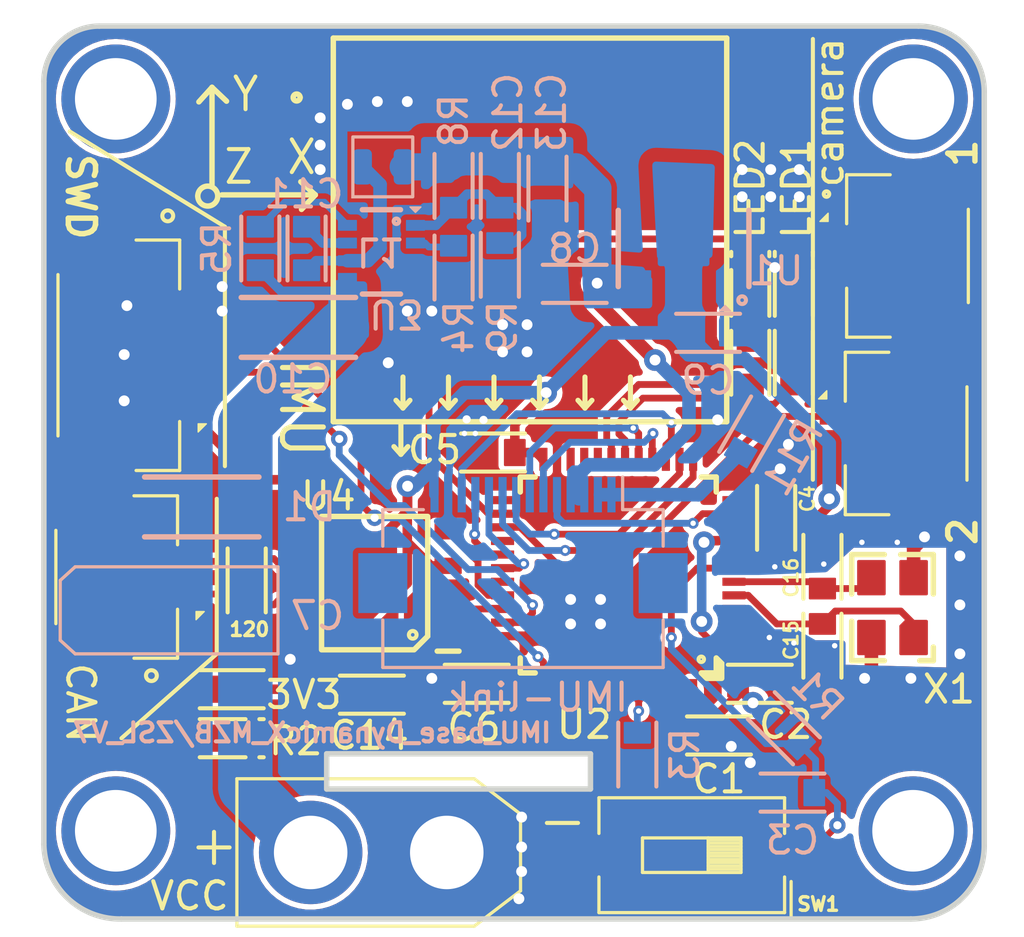
<source format=kicad_pcb>
(kicad_pcb (version 20211014) (generator pcbnew)
  (layers (0 "F.Cu" signal) (31 "B.Cu" signal) (34 "B.Paste" user) (35 "F.Paste" user) (36 "B.SilkS" user "B.Silkscreen") (37 "F.SilkS" user "F.Silkscreen") (38 "B.Mask" user) (39 "F.Mask" user) (44 "Edge.Cuts" user))
  (net 0 "")
  (net 1 "+3V3")
  (net 2 "GND")
  (net 3 "+24V")
  (net 4 "+5V")
  (net 5 "/RESET")
  (net 6 "Net-(C11-Pad1)")
  (net 7 "Net-(C11-Pad2)")
  (net 8 "Net-(C12-Pad1)")
  (net 9 "/XTAL0")
  (net 10 "/XTAL1")
  (net 11 "Net-(D2-Pad2)")
  (net 12 "Net-(D3-Pad2)")
  (net 13 "/SWDIO")
  (net 14 "/SWCLK")
  (net 15 "Net-(J3-Pad1)")
  (net 16 "/BOOT0")
  (net 17 "Net-(D4-Pad2)")
  (net 18 "GNDPWR")
  (net 23 "/TIM10_CH1")
  (net 25 "/INT1_Acce1")
  (net 26 "/INT1_Gyro")
  (net 27 "/SPI1_CLK")
  (net 28 "/SPI1_MISO")
  (net 29 "/SPI1_MOSI")
  (net 30 "Net-(J4-Pad1)")
  (net 35 "Net-(R4-Pad2)")
  (net 37 "/CS1_Acce1")
  (net 38 "/CS1_Gyro")
  (net 40 "/CAN0_RX")
  (net 41 "/CAN0_TX")
  (net 50 "/CAN_H")
  (net 51 "/CAN_L")
  (net 52 "Net-(R5-Pad2)")
  (net 53 "/LED0")
  (net 54 "/LED1")
  (footprint "GENERAL_2-PIN_PLASTIC_SMD:LED0603(1608M)" (layer "F.Cu") (at 201.4 63.8 -90)
    (fp_text reference "LED1")
    (fp_text value "绿灯")
  )
  (footprint "GENERAL_MIDDLE-SEMI_SMD:SOP-3949_8" (layer "F.Cu") (at 186 74.8 180)
    (fp_text reference "U4")
    (fp_text value "VP230")
  )
  (footprint "GENERAL_RCL_SMD:C0603(1608M)" (layer "F.Cu") (at 185.9 78.9)
    (fp_text reference "C14")
    (fp_text value "10nF")
  )
  (footprint "GENERAL_RCL_SMD:C0603(1608M)" (layer "F.Cu") (at 200.75 72.4 90)
    (fp_text reference "C4")
    (fp_text value "104")
  )
  (footprint "GENERAL_RCL_SMD:C0603(1608M)" (layer "F.Cu") (at 200.15 78.5)
    (fp_text reference "C2")
    (fp_text value "104")
  )
  (footprint "CONNECTOR_GH_SMD:GH1.25_V_4" (layer "F.Cu") (at 177.15 66.425 90)
    (fp_text reference "J1" hide)
    (fp_text value "Conn_01x04")
  )
  (footprint "CONNECTOR_GH_SMD:GH1.25_V_2" (layer "F.Cu") (at 176.9 74.575 90)
    (fp_text reference "J6" hide)
    (fp_text value "Conn_01x02")
  )
  (footprint "GENERAL_2-PIN_PLASTIC_SMD:LED0603(1608M)" (layer "F.Cu") (at 199.8 63.8 -90)
    (fp_text reference "LED2")
    (fp_text value "蓝灯")
  )
  (footprint "CONNECTOR_AMASS_THT:AMASS_XT30U-M_1x02_P5.0mm_Vertical" (layer "F.Cu") (at 188.65 84.7 180)
    (fp_text reference "VCC")
    (fp_text value "Conn_01x02")
  )
  (footprint "GENERAL_RCL_SMD:R0603(1608M)" (layer "F.Cu") (at 199.8 66.7 -90)
    (fp_text reference "R7" hide)
    (fp_text value "1K")
  )
  (footprint "GENERAL_RCL_SMD:C0603(1608M)" (layer "F.Cu") (at 190.35 70 180)
    (fp_text reference "C5")
    (fp_text value "104")
  )
  (footprint "GENERAL_RCL_SMD:C0603(1608M)" (layer "F.Cu") (at 189.75 78.5 180)
    (fp_text reference "C6")
    (fp_text value "104")
  )
  (footprint "GENERAL_MIDDLE-SEMI_SMD:QFP-7070_48" (layer "F.Cu") (at 194.95 74.5 180)
    (fp_text reference "U2")
    (fp_text value "STM32F103C8Tx")
  )
  (footprint "GENERAL_XTAL_OSC_SMD:SMD-3225_4" (layer "F.Cu") (at 205.025 75.7 90)
    (fp_text reference "X1")
    (fp_text value "Xtal-4")
  )
  (footprint "Button_Switch_SMD:SW_DIP_SPSTx01_Slide_6.7x4.1mm_W8.61mm_P2.54mm_LowProfile" (layer "F.Cu") (at 197.65 84.8 180)
    (fp_text reference "SW1")
    (fp_text value "SW_DIP_x01")
  )
  (footprint "GENERAL_2-PIN_PLASTIC_SMD:LED0603(1608M)" (layer "F.Cu") (at 180.75 80.5 180)
    (fp_text reference "3V3")
    (fp_text value "红灯")
  )
  (footprint "CONNECTOR_GH_SMD:GH1.25_V_2" (layer "F.Cu") (at 205.2 62.775 -90)
    (fp_text reference "J3" hide)
    (fp_text value "Conn_01x02")
  )
  (footprint "GENERAL_RCL_SMD:R0603(1608M)" (layer "F.Cu") (at 180.75 78.7)
    (fp_text reference "R2")
    (fp_text value "1K")
  )
  (footprint "GENERAL_RCL_SMD:R0603(1608M)" (layer "F.Cu") (at 201.4 66.7 -90)
    (fp_text reference "R6" hide)
    (fp_text value "1K")
  )
  (footprint "GENERAL_RCL_SMD:C0603(1608M)" (layer "F.Cu") (at 198.65 80.4)
    (fp_text reference "C1")
    (fp_text value "104")
  )
  (footprint "GENERAL_RCL_SMD:C0603(1608M)" (layer "F.Cu") (at 202.45 77.1 90)
    (fp_text reference "C15")
    (fp_text value "18pF")
  )
  (footprint "CONNECTOR_GH_SMD:GH1.25_V_2" (layer "F.Cu") (at 205.15 69.3 -90)
    (fp_text reference "J4" hide)
    (fp_text value "Conn_01x02")
  )
  (footprint "GENERAL_RCL_SMD:R0603(1608M)" (layer "F.Cu") (at 181.3 74.7 -90)
    (fp_text reference "120")
    (fp_text value "120R")
  )
  (footprint "GENERAL_RCL_SMD:C0603(1608M)" (layer "F.Cu") (at 202.45 74.2 -90)
    (fp_text reference "C16")
    (fp_text value "18pF")
  )
  (footprint "GENERAL_RCL_SMD:C0603(1608M)" (layer "B.Cu") (at 192.35 60.3 90)
    (fp_text reference "C13")
    (fp_text value "22uF")
  )
  (footprint "GENERAL_RCL_SMD:R0603(1608M)" (layer "B.Cu") (at 199.85 69.30718 -120)
    (fp_text reference "R11")
    (fp_text value "0R")
  )
  (footprint "Connector_FFC-FPC:Hirose_FH12-14S-0.5SH_1x14-1MP_P0.50mm_Horizontal" (layer "B.Cu") (at 191.45 73.4 180)
    (fp_text reference "J5" hide)
    (fp_text value "Conn_01x14")
  )
  (footprint "GENERAL_RCL_SMD:C0603(1608M)" (layer "B.Cu") (at 201.35 82.5 180)
    (fp_text reference "C3")
    (fp_text value "104")
  )
  (footprint "GENERAL_RCL_SMD:C0603(1608M)" (layer "B.Cu") (at 193.35 63.8)
    (fp_text reference "C8")
    (fp_text value "10uF")
  )
  (footprint "GENERAL_RCL_SMD:C1206(3216M)" (layer "B.Cu") (at 179.65 72 180)
    (fp_text reference "C7")
    (fp_text value "22uF/1206/35V")
  )
  (footprint "GENERAL_RCL_SMD:R0603(1608M)" (layer "B.Cu") (at 195.65 81.1 -90)
    (fp_text reference "R3")
    (fp_text value "1K")
  )
  (footprint "GENERAL_RCL_SMD:R0603(1608M)" (layer "B.Cu") (at 181.8 62.5 90)
    (fp_text reference "R5")
    (fp_text value "100k")
  )
  (footprint "GENERAL_RCL_SMD:R0603(1608M)" (layer "B.Cu") (at 201.034315 80.134315 -45)
    (fp_text reference "R1")
    (fp_text value "1K")
  )
  (footprint "Inductor_SMD:L_2x2_H1.2" (layer "B.Cu") (at 186.3 59.5)
    (fp_text reference "L1")
    (fp_text value "22uH")
  )
  (footprint "GENERAL_SMALL-SEMI_SMD:SOT-23-8" (layer "B.Cu") (at 186.25 62.625)
    (fp_text reference "U3")
    (fp_text value "SY8303")
  )
  (footprint "GENERAL_SMALL-SEMI_SMD:SOT-89" (layer "B.Cu") (at 197.35 61.9 180)
    (fp_text reference "U1")
    (fp_text value "AMS1117")
  )
  (footprint "GENERAL_RCL_SMD:R0603(1608M)" (layer "B.Cu") (at 188.9 60.2 -90)
    (fp_text reference "R8")
    (fp_text value "150k")
  )
  (footprint "MY:Suppresses_transient_diodes_IMU" (layer "B.Cu") (at 178.45 75.8 180)
    (fp_text reference "D1")
    (fp_text value "Diode_TVS_Bi")
  )
  (footprint "GENERAL_RCL_SMD:R0603(1608M)" (layer "B.Cu") (at 188.9 63.2 90)
    (fp_text reference "R4")
    (fp_text value "100k")
  )
  (footprint "GENERAL_RCL_SMD:C0603(1608M)" (layer "B.Cu") (at 183.5 62.5 -90)
    (fp_text reference "C11")
    (fp_text value "10nF")
  )
  (footprint "GENERAL_RCL_SMD:C1206(3216M)" (layer "B.Cu") (at 183.2 65.4)
    (fp_text reference "C10")
    (fp_text value "4.7uF/1206/35V")
  )
  (footprint "GENERAL_RCL_SMD:C0603(1608M)" (layer "B.Cu") (at 190.6 60.2 90)
    (fp_text reference "C12")
    (fp_text value "10nF")
  )
  (footprint "GENERAL_RCL_SMD:R0603(1608M)" (layer "B.Cu") (at 190.6 63.1 90)
    (fp_text reference "R9")
    (fp_text value "20.5k")
  )
  (footprint "GENERAL_RCL_SMD:C0603(1608M)" (layer "B.Cu") (at 198.25 65.6 180)
    (fp_text reference "C9")
    (fp_text value "10uF")
  )
  (gr_circle (center 186.8 61.5) (end 186.8 61.4) (layer "B.SilkS") (width 0.15) (fill none))
  (gr_circle (center 199.5 64.4) (end 199.6 64.3) (layer "B.SilkS") (width 0.15) (fill none))
  (gr_arc (start 180.236447 60.574321) (mid 179.870123 60.940645) (end 179.503799 60.574321) (layer "F.SilkS") (width 0.2))
  (gr_line (start 180.026198 60.163597) (end 180.026198 56.57824) (layer "F.SilkS") (width 0.2))
  (gr_arc (start 179.503799 60.574321) (mid 179.870123 60.207997) (end 180.236447 60.574321) (layer "F.SilkS") (width 0.2))
  (gr_line (start 174.8 58.2) (end 180.5 61.7) (layer "F.SilkS") (width 0.15))
  (gr_line (start 202.1 71) (end 202.1 62.625) (layer "F.SilkS") (width 0.15))
  (gr_line (start 180.5 61.7) (end 180.5 70.5) (layer "F.SilkS") (width 0.15))
  (gr_arc (start 183.2626 56.950594) (mid 183.1356 57.077594) (end 183.0086 56.950594) (layer "F.SilkS") (width 0.2))
  (gr_line (start 183.313522 61.063319) (end 183.821522 60.529921) (layer "F.SilkS") (width 0.2))
  (gr_line (start 202.1 62.625) (end 202.1 54.8) (layer "F.SilkS") (width 0.15))
  (gr_circle (center 198 77.6) (end 198.1 77.6) (layer "F.SilkS") (width 0.15) (fill none))
  (gr_circle (center 178.4 61.3) (end 178.4 61.5) (layer "F.SilkS") (width 0.15) (fill none))
  (gr_line (start 179.543598 57.11164) (end 180.026198 56.57824) (layer "F.SilkS") (width 0.2))
  (gr_circle (center 187.4 76.7) (end 187.5 76.6) (layer "F.SilkS") (width 0.15) (fill none))
  (gr_circle (center 177.8 78.2) (end 177.8 78.4) (layer "F.SilkS") (width 0.15) (fill none))
  (gr_line (start 184.4818 54.766197) (end 198.9344 54.766197) (layer "F.SilkS") (width 0.2))
  (gr_line (start 198.9344 68.867733) (end 198.9344 54.766197) (layer "F.SilkS") (width 0.2))
  (gr_line (start 180.2 77.4) (end 176.7 80.5) (layer "F.SilkS") (width 0.15))
  (gr_circle (center 202.6 60.5) (end 202.7 60.5) (layer "F.SilkS") (width 0.15) (fill none))
  (gr_line (start 180.026198 56.57824) (end 180.559596 57.08624) (layer "F.SilkS") (width 0.2))
  (gr_line (start 180.2 71.7) (end 180.2 77.4) (layer "F.SilkS") (width 0.15))
  (gr_line (start 184.4818 68.867733) (end 198.9344 68.867733) (layer "F.SilkS") (width 0.2))
  (gr_line (start 183.288122 60.047321) (end 183.821522 60.529921) (layer "F.SilkS") (width 0.2))
  (gr_line (start 184.4818 68.867733) (end 184.4818 54.766197) (layer "F.SilkS") (width 0.2))
  (gr_line (start 180.392522 60.529921) (end 183.821522 60.529921) (layer "F.SilkS") (width 0.2))
  (gr_arc (start 183.0086 56.950594) (mid 183.1356 56.823594) (end 183.2626 56.950594) (layer "F.SilkS") (width 0.2))
  (gr_arc (start 173.85 56.3584) (mid 174.445158 54.921557) (end 175.882 54.326397) (layer "Edge.Cuts") (width 0.2))
  (gr_line (start 208.394 84.4508) (end 208.394 56.739397) (layer "Edge.Cuts") (width 0.2))
  (gr_arc (start 176.6948 87.143194) (mid 174.704266 86.360774) (end 173.85 84.4) (layer "Edge.Cuts") (width 0.2))
  (gr_line (start 184.2386 82.368) (end 193.9287 82.368) (layer "Edge.Cuts") (width 0.2))
  (gr_line (start 176.6948 87.143197) (end 205.7016 87.1432) (layer "Edge.Cuts") (width 0.2))
  (gr_line (start 173.85 84.4) (end 173.85 56.3584) (layer "Edge.Cuts") (width 0.2))
  (gr_line (start 193.9287 82.368) (end 193.9287 81.0726) (layer "Edge.Cuts") (width 0.2))
  (gr_arc (start 208.394 84.4508) (mid 207.605414 86.354614) (end 205.7016 87.1432) (layer "Edge.Cuts") (width 0.2))
  (gr_line (start 184.2386 81.0726) (end 184.2386 82.368) (layer "Edge.Cuts") (width 0.2))
  (gr_line (start 193.9287 81.0726) (end 184.2386 81.0726) (layer "Edge.Cuts") (width 0.2))
  (gr_arc (start 205.981 54.326397) (mid 207.687249 55.033148) (end 208.394 56.739397) (layer "Edge.Cuts") (width 0.2))
  (gr_line (start 175.882 54.3264) (end 205.981 54.3264) (layer "Edge.Cuts") (width 0.2))
  (gr_text "IMU-link" (at 192 79) (layer "B.SilkS") (effects (font (size 1 1)) (justify mirror)))
  (gr_text "IMU_base_DynamicX_MZB/ZSL_V7" (at 183.7 80.3) (layer "B.SilkS") (effects (font (size 0.7 0.7)) (justify mirror)))
  (gr_text "SWD" (at 175.2 60.6 270) (layer "F.SilkS") (effects (font (size 1 1) (thickness 0.2))))
  (gr_text "↓" (at 186.0058 70.260197) (layer "F.SilkS") (effects (font (size 1.499999 1.349999) (thickness 0.187499)) (justify left bottom)))
  (gr_text "↓↓↓↓↓↓" (at 186.082 68.558397) (layer "F.SilkS") (effects (font (size 1.499999 1.349999) (thickness 0.187499)) (justify left bottom)))
  (gr_text "IMU" (at 182.421522 66.429921 270) (layer "F.SilkS") (effects (font (size 1.499999 1.349999) (thickness 0.187499)) (justify left bottom)))
  (gr_text "1" (at 207.6 59 90) (layer "F.SilkS") (effects (font (size 1 1) (thickness 0.2))))
  (gr_text "Z" (at 180.3924 60.201797) (layer "F.SilkS") (effects (font (size 1.2 1.08)) (justify left bottom)))
  (gr_text "camera" (at 202.7 57.5 90) (layer "F.SilkS") (effects (font (size 1 1))))
  (gr_text "CAN" (at 175.2 79.2 270) (layer "F.SilkS") (effects (font (size 1 1))))
  (gr_text "X" (at 182.7038 59.846197) (layer "F.SilkS") (effects (font (size 1.2 1.08)) (justify left bottom)))
  (gr_text "Y" (at 180.69609 57.534797) (layer "F.SilkS") (effects (font (size 1.2 1.08)) (justify left bottom)))
  (gr_text "2" (at 207.6 72.9 90) (layer "F.SilkS") (effects (font (size 1 1) (thickness 0.2))))
  (via (at 176.4916 83.902603) (size 4) (drill 3) (layers "F.Cu" "B.Cu") (net 0))
  (via (at 205.7916 57.002603) (size 4) (drill 3) (layers "F.Cu" "B.Cu") (net 0))
  (via (at 205.7816 83.902603) (size 4) (drill 3) (layers "F.Cu" "B.Cu") (net 0))
  (via (at 176.4916 57.002603) (size 4) (drill 3) (layers "F.Cu" "B.Cu") (net 0))
  (segment (start 187.2 74.8) (end 186.7 75.3) (width 0.35) (layer "F.Cu") (net 1))
  (segment (start 198.014068 76.589221) (end 198.674847 77.25) (width 0.25) (layer "F.Cu") (net 1))
  (segment (start 191.15 68.95) (end 192.3 67.8) (width 0.35) (layer "F.Cu") (net 1))
  (segment (start 199.5 78.5) (end 200 78) (width 0.35) (layer "F.Cu") (net 1))
  (segment (start 186.279393 73.074511) (end 187.211054 72.14285) (width 0.35) (layer "F.Cu") (net 1))
  (segment (start 200 78) (end 200 77.7) (width 0.35) (layer "F.Cu") (net 1))
  (segment (start 200 73.4) (end 200.55 73.4) (width 0.25) (layer "F.Cu") (net 1))
  (segment (start 190.72452 77.27452) (end 190.7 77.27452) (width 0.35) (layer "F.Cu") (net 1))
  (segment (start 188.7 74.165) (end 188.065 74.165) (width 0.35) (layer "F.Cu") (net 1))
  (segment (start 198.674847 77.25) (end 199.2 77.25) (width 0.25) (layer "F.Cu") (net 1))
  (segment (start 192.17548 70.22548) (end 192.17548 70.25) (width 0.35) (layer "F.Cu") (net 1))
  (segment (start 187.211054 71.236819) (end 187.2 71.247873) (width 0.35) (layer "F.Cu") (net 1))
  (segment (start 183.893781 78.7) (end 186.7 75.893781) (width 0.35) (layer "F.Cu") (net 1))
  (segment (start 198.159511 73.240489) (end 198.613647 73.240489) (width 0.35) (layer "F.Cu") (net 1))
  (segment (start 202.7 71.7) (end 202.7 71.95) (width 0.35) (layer "F.Cu") (net 1))
  (segment (start 186.7 75.3) (end 186.7 75.8) (width 0.35) (layer "F.Cu") (net 1))
  (segment (start 199.35 78.9) (end 197.85 80.4) (width 0.35) (layer "F.Cu") (net 1))
  (segment (start 187.211054 72.14285) (end 187.211054 71.236819) (width 0.35) (layer "F.Cu") (net 1))
  (segment (start 199.2 73.25) (end 198.623158 73.25) (width 0.25) (layer "F.Cu") (net 1))
  (segment (start 191.15 70) (end 191.95 70) (width 0.35) (layer "F.Cu") (net 1))
  (segment (start 181.628 71) (end 183.6 71) (width 0.35) (layer "F.Cu") (net 1))
  (segment (start 199.2 73.25) (end 199.85 73.25) (width 0.25) (layer "F.Cu") (net 1))
  (segment (start 191.1 78.5) (end 191.3 78.3) (width 0.35) (layer "F.Cu") (net 1))
  (segment (start 199.85 73.25) (end 200 73.4) (width 0.25) (layer "F.Cu") (net 1))
  (segment (start 197.72452 78.72548) (end 197.72452 80.27452) (width 0.35) (layer "F.Cu") (net 1))
  (segment (start 178.928 68.3) (end 181.628 71) (width 0.35) (layer "F.Cu") (net 1))
  (segment (start 202.7 71.95) (end 202.15 72.5) (width 0.35) (layer "F.Cu") (net 1))
  (segment (start 198.623158 73.25) (end 198.613647 73.240489) (width 0.25) (layer "F.Cu") (net 1))
  (segment (start 191.15 70) (end 191.15 68.95) (width 0.35) (layer "F.Cu") (net 1))
  (segment (start 185.674511 73.074511) (end 186.279393 73.074511) (width 0.35) (layer "F.Cu") (net 1))
  (segment (start 199.9 79.2) (end 199.35 78.65) (width 0.35) (layer "F.Cu") (net 1))
  (segment (start 199.35 78.5) (end 199.35 78.9) (width 0.35) (layer "F.Cu") (net 1))
  (segment (start 186.7 75.8) (end 186.7 78.9) (width 0.35) (layer "F.Cu") (net 1))
  (segment (start 198.1 73.3) (end 198.159511 73.240489) (width 0.35) (layer "F.Cu") (net 1))
  (segment (start 200.55 73.4) (end 200.75 73.2) (width 0.25) (layer "F.Cu") (net 1))
  (segment (start 188.065 74.165) (end 187.2 73.3) (width 0.35) (layer "F.Cu") (net 1))
  (segment (start 187.2 71.247873) (end 187.2 74.8) (width 0.35) (layer "F.Cu") (net 1))
  (segment (start 189.72548 79.32452) (end 190.55 78.5) (width 0.25) (layer "F.Cu") (net 1))
  (segment (start 197.72452 80.27452) (end 197.85 80.4) (width 0.35) (layer "F.Cu") (net 1))
  (segment (start 199.35 78.65) (end 199.35 78.5) (width 0.35) (layer "F.Cu") (net 1))
  (segment (start 191.95 70) (end 192.17548 70.22548) (width 0.35) (layer "F.Cu") (net 1))
  (segment (start 198.014068 76.208441) (end 198.014068 76.589221) (width 0.25) (layer "F.Cu") (net 1))
  (segment (start 202.15 72.5) (end 201.45 72.5) (width 0.35) (layer "F.Cu") (net 1))
  (segment (start 200 77.7) (end 199.57452 77.27452) (width 0.35) (layer "F.Cu") (net 1))
  (segment (start 183.6 71) (end 185.674511 73.074511) (width 0.35) (layer "F.Cu") (net 1))
  (segment (start 190.55 78.5) (end 191.1 78.5) (width 0.35) (layer "F.Cu") (net 1))
  (segment (start 187.12452 79.32452) (end 189.72548 79.32452) (width 0.25) (layer "F.Cu") (net 1))
  (segment (start 186.7 75.893781) (end 186.7 75.8) (width 0.35) (layer "F.Cu") (net 1))
  (segment (start 191.3 78.3) (end 191.3 77.85) (width 0.35) (layer "F.Cu") (net 1))
  (segment (start 201.45 72.5) (end 200.75 73.2) (width 0.35) (layer "F.Cu") (net 1))
  (segment (start 186.7 78.9) (end 187.12452 79.32452) (width 0.25) (layer "F.Cu") (net 1))
  (segment (start 191.3 77.85) (end 190.72452 77.27452) (width 0.35) (layer "F.Cu") (net 1))
  (segment (start 181.55 78.7) (end 183.893781 78.7) (width 0.35) (layer "F.Cu") (net 1))
  (segment (start 199.35 78.5) (end 199.5 78.5) (width 0.35) (layer "F.Cu") (net 1))
  (segment (start 199.57452 77.27452) (end 199.2 77.27452) (width 0.35) (layer "F.Cu") (net 1))
  (via (at 187.211054 71.236819) (size 0.8) (drill 0.4) (layers "F.Cu" "B.Cu") (net 1))
  (via (at 202.7 71.7) (size 0.8) (drill 0.4) (layers "F.Cu" "B.Cu") (net 1))
  (via (at 192.3 67.8) (size 0.8) (drill 0.4) (layers "F.Cu" "B.Cu") (net 1))
  (via (at 198.014068 76.208441) (size 0.8) (drill 0.4) (layers "F.Cu" "B.Cu") (net 1))
  (via (at 199.9 79.2) (size 0.8) (drill 0.4) (layers "F.Cu" "B.Cu") (net 1))
  (via (at 198.1 73.3) (size 0.8) (drill 0.4) (layers "F.Cu" "B.Cu") (net 1))
  (segment (start 199.9 79.2) (end 200.26863 79.56863) (width 0.35) (layer "B.Cu") (net 1))
  (segment (start 197.45 65.6) (end 194.5 65.6) (width 0.5) (layer "B.Cu") (net 1))
  (segment (start 188.175489 68.924511) (end 189.3 67.8) (width 0.5) (layer "B.Cu") (net 1))
  (segment (start 189.3 67.8) (end 192.3 67.8) (width 0.5) (layer "B.Cu") (net 1))
  (segment (start 188.175489 70.525489) (end 188.175489 68.924511) (width 0.5) (layer "B.Cu") (net 1))
  (segment (start 197.45 65.6) (end 198.39952 66.54952) (width 0.5) (layer "B.Cu") (net 1))
  (segment (start 188.175489 70.525489) (end 188.174511 70.525489) (width 0.35) (layer "B.Cu") (net 1))
  (segment (start 187.463181 71.236819) (end 187.211054 71.236819) (width 0.35) (layer "B.Cu") (net 1))
  (segment (start 202.7 69.661305) (end 202.7 71.7) (width 0.5) (layer "B.Cu") (net 1))
  (segment (start 199.588215 66.54952) (end 202.7 69.661305) (width 0.5) (layer "B.Cu") (net 1))
  (segment (start 188.175489 71.55) (end 188.175489 70.525489) (width 0.35) (layer "B.Cu") (net 1))
  (segment (start 198.1 73.3) (end 198.014068 73.385932) (width 0.35) (layer "B.Cu") (net 1))
  (segment (start 198.39952 66.54952) (end 199.588215 66.54952) (width 0.5) (layer "B.Cu") (net 1))
  (segment (start 200.26863 79.56863) (end 200.46863 79.56863) (width 0.35) (layer "B.Cu") (net 1))
  (segment (start 198.014068 73.385932) (end 198.014068 76.208441) (width 0.35) (layer "B.Cu") (net 1))
  (segment (start 194.5 65.6) (end 192.3 67.8) (width 0.5) (layer "B.Cu") (net 1))
  (segment (start 188.174511 70.525489) (end 187.463181 71.236819) (width 0.5) (layer "B.Cu") (net 1))
  (segment (start 204.25 76.8) (end 204.25 78.05) (width 0.5) (layer "F.Cu") (net 2))
  (segment (start 205.8 74.6) (end 205.8 73.5) (width 0.5) (layer "F.Cu") (net 2))
  (segment (start 205.8 73.5) (end 206.2 73.1) (width 0.5) (layer "F.Cu") (net 2))
  (segment (start 204.25 78.05) (end 204 78.3) (width 0.5) (layer "F.Cu") (net 2))
  (via (at 191.6 65.3) (size 0.8) (drill 0.4) (layers "F.Cu" "B.Cu") (net 2))
  (via (at 200.55 60.6) (size 0.8) (drill 0.4) (layers "F.Cu" "B.Cu") (net 2))
  (via (at 201.6 59.6) (size 0.8) (drill 0.4) (layers "F.Cu" "B.Cu") (net 2))
  (via (at 188.1 78.3) (size 0.8) (drill 0.4) (layers "F.Cu" "B.Cu") (net 2))
  (via (at 199.8 81.4) (size 0.8) (drill 0.4) (layers "F.Cu" "B.Cu") (net 2))
  (via (at 190.7 65.3) (size 0.8) (drill 0.4) (layers "F.Cu" "B.Cu") (net 2))
  (via (at 205.2 73.3) (size 0.4) (drill 0.2) (layers "F.Cu" "B.Cu") (net 2))
  (via (at 194.3 75.4) (size 0.8) (drill 0.4) (layers "F.Cu" "B.Cu") (net 2))
  (via (at 180.4 63.9) (size 0.8) (drill 0.4) (layers "F.Cu" "B.Cu") (net 2))
  (via (at 202.9 77.1) (size 0.4) (drill 0.2) (layers "F.Cu" "B.Cu") (net 2))
  (via (at 193.2 75.4) (size 0.8) (drill 0.4) (layers "F.Cu" "B.Cu") (net 2))
  (via (at 200.7 63.2) (size 0.8) (drill 0.4) (layers "F.Cu" "B.Cu") (net 2))
  (via (at 205.7 78.3) (size 0.8) (drill 0.4) (layers "F.Cu" "B.Cu") (net 2))
  (via (at 207.5 77.4) (size 0.8) (drill 0.4) (layers "F.Cu" "B.Cu") (net 2))
  (via (at 186.1 57.1) (size 0.8) (drill 0.4) (layers "F.Cu" "B.Cu") (net 2))
  (via (at 188.1 64.8) (size 0.8) (drill 0.4) (layers "F.Cu" "B.Cu") (net 2))
  (via (at 184 58.7) (size 0.8) (drill 0.4) (layers "F.Cu" "B.Cu") (net 2))
  (via (at 176.8 66.4) (size 0.8) (drill 0.4) (layers "F.Cu" "B.Cu") (net 2))
  (via (at 191.4 85.4) (size 0.8) (drill 0.4) (layers "F.Cu" "B.Cu") (net 2))
  (via (at 186.5 66.7) (size 0.8) (drill 0.4) (layers "F.Cu" "B.Cu") (net 2))
  (via (at 187.2 64.8) (size 0.8) (drill 0.4) (layers "F.Cu" "B.Cu") (net 2))
  (via (at 191.6 66.3) (size 0.8) (drill 0.4) (layers "F.Cu" "B.Cu") (net 2))
  (via (at 176.9 64.6) (size 0.8) (drill 0.4) (layers "F.Cu" "B.Cu") (net 2))
  (via (at 198.6 68.8) (size 0.8) (drill 0.4) (layers "F.Cu" "B.Cu") (net 2))
  (via (at 207.5 73.8) (size 0.8) (drill 0.4) (layers "F.Cu" "B.Cu") (net 2))
  (via (at 187.2 57.1) (size 0.8) (drill 0.4) (layers "F.Cu" "B.Cu") (net 2))
  (via (at 200.9 70.6) (size 0.8) (drill 0.4) (layers "F.Cu" "B.Cu") (net 2))
  (via (at 202.5 74.1) (size 0.4) (drill 0.2) (layers "F.Cu" "B.Cu") (net 2))
  (via (at 207.5 75.6) (size 0.8) (drill 0.4) (layers "F.Cu" "B.Cu") (net 2))
  (via (at 200.7 74.2) (size 0.4) (drill 0.2) (layers "F.Cu" "B.Cu") (net 2))
  (via (at 184 59.6) (size 0.8) (drill 0.4) (layers "F.Cu" "B.Cu") (net 2))
  (via (at 190.7 66.3) (size 0.8) (drill 0.4) (layers "F.Cu" "B.Cu") (net 2))
  (via (at 199.1 80.8) (size 0.8) (drill 0.4) (layers "F.Cu" "B.Cu") (net 2))
  (via (at 184 57.7) (size 0.8) (drill 0.4) (layers "F.Cu" "B.Cu") (net 2))
  (via (at 204 78.3) (size 0.8) (drill 0.4) (layers "F.Cu" "B.Cu") (net 2))
  (via (at 193.2 76.3) (size 0.8) (drill 0.4) (layers "F.Cu" "B.Cu") (net 2))
  (via (at 199.5 60.6) (size 0.8) (drill 0.4) (layers "F.Cu" "B.Cu") (net 2))
  (via (at 201.6 60.6) (size 0.8) (drill 0.4) (layers "F.Cu" "B.Cu") (net 2))
  (via (at 191.4 83.4) (size 0.8) (drill 0.4) (layers "F.Cu" "B.Cu") (net 2))
  (via (at 200.55 59.6) (size 0.8) (drill 0.4) (layers "F.Cu" "B.Cu") (net 2))
  (via (at 189.379977 68.779977) (size 0.6) (drill 0.3) (layers "F.Cu" "B.Cu") (net 2))
  (via (at 182.9 77.6) (size 0.8) (drill 0.4) (layers "F.Cu" "B.Cu") (net 2))
  (via (at 189.7 69.3) (size 0.4) (drill 0.2) (layers "F.Cu" "B.Cu") (net 2))
  (via (at 201.4 77) (size 0.4) (drill 0.2) (layers "F.Cu" "B.Cu") (net 2))
  (via (at 176.8 68.1) (size 0.8) (drill 0.4) (layers "F.Cu" "B.Cu") (net 2))
  (via (at 194.3 76.3) (size 0.8) (drill 0.4) (layers "F.Cu" "B.Cu") (net 2))
  (via (at 206.2 73.1) (size 0.8) (drill 0.4) (layers "F.Cu" "B.Cu") (net 2))
  (via (at 180.4 64.8) (size 0.8) (drill 0.4) (layers "F.Cu" "B.Cu") (net 2))
  (via (at 191.3 86.4) (size 0.8) (drill 0.4) (layers "F.Cu" "B.Cu") (net 2))
  (via (at 191.4 84.5) (size 0.8) (drill 0.4) (layers "F.Cu" "B.Cu") (net 2))
  (via (at 199.5 59.6) (size 0.8) (drill 0.4) (layers "F.Cu" "B.Cu") (net 2))
  (via (at 190 68.8) (size 0.6) (drill 0.3) (layers "F.Cu" "B.Cu") (net 2))
  (via (at 201.2 69.7) (size 0.8) (drill 0.4) (layers "F.Cu" "B.Cu") (net 2))
  (via (at 200.5 76.8) (size 0.4) (drill 0.2) (layers "F.Cu" "B.Cu") (net 2))
  (via (at 203.9 73.3) (size 0.4) (drill 0.2) (layers "F.Cu" "B.Cu") (net 2))
  (via (at 185 57.2) (size 0.8) (drill 0.4) (layers "F.Cu" "B.Cu") (net 2))
  (via (at 189.3 69.3) (size 0.4) (drill 0.2) (layers "F.Cu" "B.Cu") (net 2))
  (segment (start 183.65 84.7) (end 181.25 82.3) (width 2) (layer "B.Cu") (net 3))
  (segment (start 181.25 75.8) (end 181.25 72) (width 2) (layer "B.Cu") (net 3))
  (segment (start 181.25 82.3) (end 181.25 75.8) (width 2) (layer "B.Cu") (net 3))
  (segment (start 181.25 72) (end 181.25 68.95) (width 2) (layer "B.Cu") (net 3))
  (segment (start 181.25 68.95) (end 184.8 65.4) (width 2) (layer "B.Cu") (net 3))
  (segment (start 184.52548 64.07452) (end 182.57452 64.07452) (width 0.35) (layer "B.Cu") (net 3))
  (segment (start 185 63.6) (end 184.52548 64.07452) (width 0.35) (layer "B.Cu") (net 3))
  (segment (start 182.57452 64.07452) (end 181.8 63.3) (width 0.35) (layer "B.Cu") (net 3))
  (segment (start 194.175 64.475) (end 196.3 66.6) (width 0.5) (layer "F.Cu") (net 4))
  (segment (start 194.175 63.775) (end 194.175 64.475) (width 0.5) (layer "F.Cu") (net 4))
  (via (at 196.3 66.6) (size 0.8) (drill 0.4) (layers "F.Cu" "B.Cu") (net 4))
  (via (at 194.175 63.775) (size 0.8) (drill 0.4) (layers "F.Cu" "B.Cu") (net 4))
  (segment (start 193.2 70.7) (end 193.3 70.6) (width 0.25) (layer "B.Cu") (net 4))
  (segment (start 193.4 59.5) (end 194.2 60.3) (width 1) (layer "B.Cu") (net 4))
  (segment (start 194.2 60.3) (end 194.2 63.75) (width 1) (layer "B.Cu") (net 4))
  (segment (start 193.6 70.6) (end 193.7 70.7) (width 0.25) (layer "B.Cu") (net 4))
  (segment (start 193.85 70.450489) (end 193.5 70.800489) (width 0.5) (layer "B.Cu") (net 4))
  (segment (start 193.3 70.6) (end 193.6 70.6) (width 0.25) (layer "B.Cu") (net 4))
  (segment (start 192.35 59.5) (end 193.4 59.5) (width 1) (layer "B.Cu") (net 4))
  (segment (start 197.549511 67.849511) (end 197.549511 69.169037) (width 0.5) (layer "B.Cu") (net 4))
  (segment (start 194.175 63.775) (end 194.15 63.8) (width 1) (layer "B.Cu") (net 4))
  (segment (start 194.2 63.75) (end 194.175 63.775) (width 1) (layer "B.Cu") (net 4))
  (segment (start 193.2 71.55) (end 193.2 70.7) (width 0.25) (layer "B.Cu") (net 4))
  (segment (start 193.7 70.7) (end 193.7 71.55) (width 0.25) (layer "B.Cu") (net 4))
  (segment (start 187.05 59.5) (end 188.8 59.5) (width 1) (layer "B.Cu") (net 4))
  (segment (start 193.5 70.800489) (end 193.5 71.7) (width 0.5) (layer "B.Cu") (net 4))
  (segment (start 197.549511 69.169037) (end 196.268059 70.450489) (width 0.5) (layer "B.Cu") (net 4))
  (segment (start 196.268059 70.450489) (end 193.85 70.450489) (width 0.5) (layer "B.Cu") (net 4))
  (segment (start 196.3 66.6) (end 197.549511 67.849511) (width 0.5) (layer "B.Cu") (net 4))
  (segment (start 188.8 59.5) (end 188.9 59.4) (width 1) (layer "B.Cu") (net 4))
  (segment (start 197.85 74.25) (end 199.2 74.25) (width 0.25) (layer "F.Cu") (net 5))
  (segment (start 201.955 84.8) (end 201.955 84.745) (width 0.25) (layer "F.Cu") (net 5))
  (segment (start 196.9 76.8) (end 196.9 75.2) (width 0.25) (layer "F.Cu") (net 5))
  (segment (start 201.955 84.745) (end 203 83.7) (width 0.25) (layer "F.Cu") (net 5))
  (segment (start 196.9 75.2) (end 197.85 74.25) (width 0.25) (layer "F.Cu") (net 5))
  (via (at 203 83.7) (size 0.6) (drill 0.3) (layers "F.Cu" "B.Cu") (net 5))
  (via (at 196.9 76.8) (size 0.4) (drill 0.2) (layers "F.Cu" "B.Cu") (net 5))
  (segment (start 196.9 77.224614) (end 200.375386 80.7) (width 0.25) (layer "B.Cu") (net 5))
  (segment (start 202.2 82.45) (end 202.15 82.5) (width 0.25) (layer "B.Cu") (net 5))
  (segment (start 200.375386 80.7) (end 201.6 80.7) (width 0.25) (layer "B.Cu") (net 5))
  (segment (start 203 82.9) (end 203 83.7) (width 0.25) (layer "B.Cu") (net 5))
  (segment (start 196.9 76.8) (end 196.9 77.224614) (width 0.25) (layer "B.Cu") (net 5))
  (segment (start 201.6 80.7) (end 202.2 81.3) (width 0.25) (layer "B.Cu") (net 5))
  (segment (start 202.2 81.3) (end 202.2 82.45) (width 0.25) (layer "B.Cu") (net 5))
  (segment (start 202.6 82.5) (end 203 82.9) (width 0.25) (layer "B.Cu") (net 5))
  (segment (start 202.15 82.5) (end 202.6 82.5) (width 0.25) (layer "B.Cu") (net 5))
  (segment (start 185 62.3) (end 184.1 62.3) (width 0.35) (layer "B.Cu") (net 6))
  (segment (start 184.1 62.3) (end 183.5 61.7) (width 0.35) (layer "B.Cu") (net 6))
  (segment (start 186.2 62.5) (end 185.75 62.95) (width 0.5) (layer "B.Cu") (net 7))
  (segment (start 186.2 60.15) (end 186.2 62.5) (width 0.5) (layer "B.Cu") (net 7))
  (segment (start 185.75 62.95) (end 185 62.95) (width 0.5) (layer "B.Cu") (net 7))
  (segment (start 183.85 62.95) (end 185 62.95) (width 0.35) (layer "B.Cu") (net 7))
  (segment (start 183.5 63.3) (end 183.85 62.95) (width 0.35) (layer "B.Cu") (net 7))
  (segment (start 185.55 59.5) (end 186.2 60.15) (width 0.5) (layer "B.Cu") (net 7))
  (segment (start 191.4 61.2) (end 191.4 62) (width 0.35) (layer "B.Cu") (net 8))
  (segment (start 190.1 60.5) (end 190.6 61) (width 0.35) (layer "B.Cu") (net 8))
  (segment (start 189.4 60.5) (end 190.1 60.5) (width 0.35) (layer "B.Cu") (net 8))
  (segment (start 191.1 62.3) (end 190.6 62.3) (width 0.35) (layer "B.Cu") (net 8))
  (segment (start 188.25 61.65) (end 188.9 61) (width 0.35) (layer "B.Cu") (net 8))
  (segment (start 191.2 61) (end 191.4 61.2) (width 0.35) (layer "B.Cu") (net 8))
  (segment (start 190.6 61) (end 191.2 61) (width 0.35) (layer "B.Cu") (net 8))
  (segment (start 191.4 62) (end 191.1 62.3) (width 0.35) (layer "B.Cu") (net 8))
  (segment (start 187.5 61.65) (end 188.25 61.65) (width 0.35) (layer "B.Cu") (net 8))
  (segment (start 188.9 61) (end 189.4 60.5) (width 0.35) (layer "B.Cu") (net 8))
  (segment (start 202.45 76.3) (end 202.92452 75.82548) (width 0.25) (layer "F.Cu") (net 9))
  (segment (start 200.775153 76.3) (end 202.45 76.3) (width 0.25) (layer "F.Cu") (net 9))
  (segment (start 205.32548 75.82548) (end 205.8 76.3) (width 0.25) (layer "F.Cu") (net 9))
  (segment (start 205.8 76.3) (end 205.8 76.8) (width 0.25) (layer "F.Cu") (net 9))
  (segment (start 199.2 75.25) (end 199.725153 75.25) (width 0.25) (layer "F.Cu") (net 9))
  (segment (start 202.92452 75.82548) (end 205.32548 75.82548) (width 0.25) (layer "F.Cu") (net 9))
  (segment (start 199.725153 75.25) (end 200.775153 76.3) (width 0.25) (layer "F.Cu") (net 9))
  (segment (start 202.45 75) (end 203.85 75) (width 0.25) (layer "F.Cu") (net 10))
  (segment (start 199.2 74.75) (end 202.2 74.75) (width 0.25) (layer "F.Cu") (net 10))
  (segment (start 203.85 75) (end 204.25 74.6) (width 0.25) (layer "F.Cu") (net 10))
  (segment (start 202.2 74.75) (end 202.45 75) (width 0.25) (layer "F.Cu") (net 10))
  (segment (start 179 79.2) (end 179 79.8) (width 0.25) (layer "F.Cu") (net 11))
  (segment (start 179 79.8) (end 179.7 80.5) (width 0.25) (layer "F.Cu") (net 11))
  (segment (start 179.7 80.5) (end 179.95 80.5) (width 0.25) (layer "F.Cu") (net 11))
  (segment (start 179.5 78.7) (end 179 79.2) (width 0.25) (layer "F.Cu") (net 11))
  (segment (start 179.95 78.7) (end 179.5 78.7) (width 0.25) (layer "F.Cu") (net 11))
  (segment (start 202.4 64.9) (end 202.4 65.6) (width 0.25) (layer "F.Cu") (net 12))
  (segment (start 202.4 65.6) (end 202.1 65.9) (width 0.25) (layer "F.Cu") (net 12))
  (segment (start 202.1 64.6) (end 202.4 64.9) (width 0.25) (layer "F.Cu") (net 12))
  (segment (start 201.4 64.6) (end 202.1 64.6) (width 0.25) (layer "F.Cu") (net 12))
  (segment (start 202.1 65.9) (end 201.4 65.9) (width 0.25) (layer "F.Cu") (net 12))
  (segment (start 182.25 67.05) (end 178.928 67.05) (width 0.25) (layer "F.Cu") (net 13))
  (segment (start 184.7 69.5) (end 182.25 67.05) (width 0.25) (layer "F.Cu") (net 13))
  (segment (start 191.45 76.25) (end 191.8 75.9) (width 0.25) (layer "F.Cu") (net 13))
  (segment (start 191.8 75.9) (end 191.8 75.6) (width 0.25) (layer "F.Cu") (net 13))
  (segment (start 190.7 76.25) (end 191.45 76.25) (width 0.25) (layer "F.Cu") (net 13))
  (via (at 184.7 69.5) (size 0.6) (drill 0.3) (layers "F.Cu" "B.Cu") (net 13))
  (via (at 191.8 75.6) (size 0.4) (drill 0.2) (layers "F.Cu" "B.Cu") (net 13))
  (segment (start 189.435718 74.3) (end 190.5 74.3) (width 0.25) (layer "B.Cu") (net 13))
  (segment (start 187.086198 71.95048) (end 189.435718 74.3) (width 0.25) (layer "B.Cu") (net 13))
  (segment (start 190.5 74.3) (end 191.8 75.6) (width 0.25) (layer "B.Cu") (net 13))
  (segment (start 184.7 70.1) (end 186.55048 71.95048) (width 0.25) (layer "B.Cu") (net 13))
  (segment (start 186.55048 71.95048) (end 187.086198 71.95048) (width 0.25) (layer "B.Cu") (net 13))
  (segment (start 184.7 69.5) (end 184.7 70.1) (width 0.25) (layer "B.Cu") (net 13))
  (segment (start 185.5 69.416807) (end 185.5 71.8) (width 0.25) (layer "F.Cu") (net 14))
  (segment (start 192.2 78.75) (end 192.2 77.7) (width 0.25) (layer "F.Cu") (net 14))
  (segment (start 178.928 65.8) (end 181.883193 65.8) (width 0.25) (layer "F.Cu") (net 14))
  (segment (start 192.2 77.7) (end 192 77.5) (width 0.25) (layer "F.Cu") (net 14))
  (segment (start 185.5 71.9) (end 186 72.4) (width 0.25) (layer "F.Cu") (net 14))
  (segment (start 181.883193 65.8) (end 185.5 69.416807) (width 0.25) (layer "F.Cu") (net 14))
  (segment (start 185.5 71.8) (end 185.5 71.9) (width 0.25) (layer "F.Cu") (net 14))
  (via (at 186 72.4) (size 0.6) (drill 0.3) (layers "F.Cu" "B.Cu") (net 14))
  (via (at 192 77.5) (size 0.4) (drill 0.2) (layers "F.Cu" "B.Cu") (net 14))
  (segment (start 192 77.5) (end 186.9 72.4) (width 0.25) (layer "B.Cu") (net 14))
  (segment (start 186.9 72.4) (end 186 72.4) (width 0.25) (layer "B.Cu") (net 14))
  (segment (start 188 70.075153) (end 190.174847 72.25) (width 0.25) (layer "F.Cu") (net 15))
  (segment (start 192.45 62.15) (end 188 66.6) (width 0.25) (layer "F.Cu") (net 15))
  (segment (start 190.174847 72.25) (end 190.7 72.25) (width 0.25) (layer "F.Cu") (net 15))
  (segment (start 203.25 62.15) (end 192.45 62.15) (width 0.25) (layer "F.Cu") (net 15))
  (segment (start 188 66.6) (end 188 70.075153) (width 0.25) (layer "F.Cu") (net 15))
  (segment (start 195.7 78.75) (end 195.7 79.5) (width 0.25) (layer "F.Cu") (net 16))
  (via (at 195.7 79.5) (size 0.4) (drill 0.2) (layers "F.Cu" "B.Cu") (net 16))
  (segment (start 195.65 80.3) (end 195.65 79.55) (width 0.25) (layer "B.Cu") (net 16))
  (segment (start 195.65 79.55) (end 195.7 79.5) (width 0.25) (layer "B.Cu") (net 16))
  (segment (start 199.8 65.9) (end 199.1 65.9) (width 0.25) (layer "F.Cu") (net 17))
  (segment (start 198.9 65.7) (end 198.9 64.8) (width 0.25) (layer "F.Cu") (net 17))
  (segment (start 199.1 64.6) (end 199.8 64.6) (width 0.25) (layer "F.Cu") (net 17))
  (segment (start 199.1 65.9) (end 198.9 65.7) (width 0.25) (layer "F.Cu") (net 17))
  (segment (start 198.9 64.8) (end 199.1 64.6) (width 0.25) (layer "F.Cu") (net 17))
  (segment (start 197.9 71.55) (end 194.299511 71.55) (width 0.5) (layer "B.Cu") (net 18))
  (segment (start 199.45 70) (end 197.9 71.55) (width 0.5) (layer "B.Cu") (net 18))
  (segment (start 199.2 72.25) (end 198.05 72.25) (width 0.25) (layer "F.Cu") (net 23))
  (segment (start 198.05 72.25) (end 197.7 72.6) (width 0.25) (layer "F.Cu") (net 23))
  (via (at 197.7 72.6) (size 0.4) (drill 0.2) (layers "F.Cu" "B.Cu") (net 23))
  (segment (start 192.941772 72.6) (end 197.7 72.6) (width 0.25) (layer "B.Cu") (net 23))
  (segment (start 192.7 71.55) (end 192.7 72.358228) (width 0.25) (layer "B.Cu") (net 23))
  (segment (start 192.7 72.358228) (end 192.941772 72.6) (width 0.25) (layer "B.Cu") (net 23))
  (segment (start 195.010871 73.6) (end 193 73.6) (width 0.25) (layer "F.Cu") (net 25))
  (segment (start 197.7 70.25) (end 197.7 70.910871) (width 0.25) (layer "F.Cu") (net 25))
  (segment (start 197.7 70.910871) (end 195.010871 73.6) (width 0.25) (layer "F.Cu") (net 25))
  (via (at 193 73.6) (size 0.4) (drill 0.2) (layers "F.Cu" "B.Cu") (net 25))
  (segment (start 191.66526 73.6) (end 190.7 72.63474) (width 0.25) (layer "B.Cu") (net 25))
  (segment (start 190.7 72.63474) (end 190.7 71.55) (width 0.25) (layer "B.Cu") (net 25))
  (segment (start 193 73.6) (end 191.66526 73.6) (width 0.25) (layer "B.Cu") (net 25))
  (segment (start 197.2 70.25) (end 197.2 70.775153) (width 0.25) (layer "F.Cu") (net 26))
  (segment (start 197.2 70.775153) (end 194.975153 73) (width 0.25) (layer "F.Cu") (net 26))
  (segment (start 194.975153 73) (end 192.6 73) (width 0.25) (layer "F.Cu") (net 26))
  (via (at 192.6 73) (size 0.4) (drill 0.2) (layers "F.Cu" "B.Cu") (net 26))
  (segment (start 192.6 73) (end 191.700978 73) (width 0.25) (layer "B.Cu") (net 26))
  (segment (start 191.700978 73) (end 191.2 72.499022) (width 0.25) (layer "B.Cu") (net 26))
  (segment (start 191.2 72.499022) (end 191.2 71.55) (width 0.25) (layer "B.Cu") (net 26))
  (segment (start 196.9 68.9) (end 196.9 69.524847) (width 0.25) (layer "F.Cu") (net 27))
  (segment (start 196.9 69.524847) (end 196.7 69.724847) (width 0.25) (layer "F.Cu") (net 27))
  (segment (start 196.7 69.724847) (end 196.7 70.25) (width 0.25) (layer "F.Cu") (net 27))
  (via (at 196.9 68.9) (size 0.4) (drill 0.2) (layers "F.Cu" "B.Cu") (net 27))
  (segment (start 189.2 70.600978) (end 189.2 71.55) (width 0.25) (layer "B.Cu") (net 27))
  (segment (start 191.225489 68.575489) (end 189.2 70.600978) (width 0.25) (layer "B.Cu") (net 27))
  (segment (start 196.9 68.9) (end 196.575489 68.575489) (width 0.25) (layer "B.Cu") (net 27))
  (segment (start 196.575489 68.575489) (end 191.225489 68.575489) (width 0.25) (layer "B.Cu") (net 27))
  (segment (start 196.2 70.25) (end 196.2 69.3245) (width 0.25) (layer "F.Cu") (net 28))
  (segment (start 196.2 69.3245) (end 196.2245 69.3) (width 0.25) (layer "F.Cu") (net 28))
  (via (at 196.2245 69.3) (size 0.4) (drill 0.2) (layers "F.Cu" "B.Cu") (net 28))
  (segment (start 195.899989 69.624511) (end 193.176467 69.624511) (width 0.25) (layer "B.Cu") (net 28))
  (segment (start 192.2 70.600978) (end 192.2 71.55) (width 0.25) (layer "B.Cu") (net 28))
  (segment (start 196.2245 69.3) (end 195.899989 69.624511) (width 0.25) (layer "B.Cu") (net 28))
  (segment (start 193.176467 69.624511) (end 192.2 70.600978) (width 0.25) (layer "B.Cu") (net 28))
  (segment (start 195.5 69.1) (end 195.7 69.3) (width 0.25) (layer "F.Cu") (net 29))
  (segment (start 195.7 69.3) (end 195.7 70.25) (width 0.25) (layer "F.Cu") (net 29))
  (via (at 195.5 69.1) (size 0.4) (drill 0.2) (layers "F.Cu" "B.Cu") (net 29))
  (segment (start 192.6 69.1) (end 191.7 70) (width 0.25) (layer "B.Cu") (net 29))
  (segment (start 191.7 70) (end 191.7 71.55) (width 0.25) (layer "B.Cu") (net 29))
  (segment (start 195.5 69.1) (end 192.6 69.1) (width 0.25) (layer "B.Cu") (net 29))
  (segment (start 203.2 68.675) (end 200.571588 68.675) (width 0.25) (layer "F.Cu") (net 30))
  (segment (start 192.724511 74.124511) (end 191.35 72.75) (width 0.25) (layer "F.Cu") (net 30))
  (segment (start 191.35 72.75) (end 190.7 72.75) (width 0.25) (layer "F.Cu") (net 30))
  (segment (start 200.571588 68.675) (end 195.122077 74.124511) (width 0.25) (layer "F.Cu") (net 30))
  (segment (start 195.122077 74.124511) (end 192.724511 74.124511) (width 0.25) (layer "F.Cu") (net 30))
  (segment (start 188.854511 62.445489) (end 188.9 62.4) (width 0.25) (layer "B.Cu") (net 35))
  (segment (start 187.5 62.3) (end 187.847224 62.3) (width 0.25) (layer "B.Cu") (net 35))
  (segment (start 187.992713 62.445489) (end 188.854511 62.445489) (width 0.25) (layer "B.Cu") (net 35))
  (segment (start 187.847224 62.3) (end 187.992713 62.445489) (width 0.25) (layer "B.Cu") (net 35))
  (segment (start 189.6755 73) (end 189.6755 73.250653) (width 0.25) (layer "F.Cu") (net 37))
  (segment (start 189.6755 73.250653) (end 190.174847 73.75) (width 0.25) (layer "F.Cu") (net 37))
  (segment (start 190.174847 73.75) (end 190.7 73.75) (width 0.25) (layer "F.Cu") (net 37))
  (via (at 189.6755 73) (size 0.4) (drill 0.2) (layers "F.Cu" "B.Cu") (net 37))
  (segment (start 189.7 72.9755) (end 189.7 71.55) (width 0.25) (layer "B.Cu") (net 37))
  (segment (start 189.6755 73) (end 189.7 72.9755) (width 0.25) (layer "B.Cu") (net 37))
  (segment (start 191.314405 74.25) (end 190.7 74.25) (width 0.25) (layer "F.Cu") (net 38))
  (segment (start 191.475453 74.088952) (end 191.314405 74.25) (width 0.25) (layer "F.Cu") (net 38))
  (via (at 191.475453 74.088952) (size 0.4) (drill 0.2) (layers "F.Cu" "B.Cu") (net 38))
  (segment (start 191.475453 74.088952) (end 191.288952 74.088952) (width 0.25) (layer "B.Cu") (net 38))
  (segment (start 191.288952 74.088952) (end 190.2 73) (width 0.25) (layer "B.Cu") (net 38))
  (segment (start 190.2 73) (end 190.2 71.55) (width 0.25) (layer "B.Cu") (net 38))
  (segment (start 190.174847 75.25) (end 189.8 74.875153) (width 0.25) (layer "F.Cu") (net 40))
  (segment (start 190.7 75.25) (end 190.174847 75.25) (width 0.25) (layer "F.Cu") (net 40))
  (segment (start 189.8 74.875153) (end 189.8 74.010871) (width 0.25) (layer "F.Cu") (net 40))
  (segment (start 189.8 74.010871) (end 188.7 72.910871) (width 0.25) (layer "F.Cu") (net 40))
  (segment (start 188.7 72.910871) (end 188.7 72.895) (width 0.25) (layer "F.Cu") (net 40))
  (segment (start 190.7 75.75) (end 189.655 75.75) (width 0.25) (layer "F.Cu") (net 41))
  (segment (start 189.655 75.75) (end 188.7 76.705) (width 0.25) (layer "F.Cu") (net 41))
  (segment (start 182.3 75.6) (end 181.4 75.6) (width 0.25) (layer "F.Cu") (net 50))
  (segment (start 180.2 75.2) (end 178.85 75.2) (width 0.25) (layer "F.Cu") (net 50))
  (segment (start 183.3 75.435) (end 182.465 75.435) (width 0.25) (layer "F.Cu") (net 50))
  (segment (start 182.465 75.435) (end 182.3 75.6) (width 0.25) (layer "F.Cu") (net 50))
  (segment (start 181.3 75.5) (end 180.5 75.5) (width 0.25) (layer "F.Cu") (net 50))
  (segment (start 180.5 75.5) (end 180.2 75.2) (width 0.25) (layer "F.Cu") (net 50))
  (segment (start 181.4 75.6) (end 181.3 75.5) (width 0.25) (layer "F.Cu") (net 50))
  (segment (start 180.4 73.9) (end 180.3 74) (width 0.25) (layer "F.Cu") (net 51))
  (segment (start 182.3 73.9) (end 181.3 73.9) (width 0.25) (layer "F.Cu") (net 51))
  (segment (start 183.3 74.165) (end 182.565 74.165) (width 0.25) (layer "F.Cu") (net 51))
  (segment (start 182.565 74.165) (end 182.3 73.9) (width 0.25) (layer "F.Cu") (net 51))
  (segment (start 180.3 74) (end 178.9 74) (width 0.25) (layer "F.Cu") (net 51))
  (segment (start 181.3 73.9) (end 180.4 73.9) (width 0.25) (layer "F.Cu") (net 51))
  (segment (start 178.9 74) (end 178.85 73.95) (width 0.25) (layer "F.Cu") (net 51))
  (segment (start 185 61.65) (end 184.15 60.8) (width 0.25) (layer "B.Cu") (net 52))
  (segment (start 184.15 60.8) (end 182.7 60.8) (width 0.25) (layer "B.Cu") (net 52))
  (segment (start 182.7 60.8) (end 181.8 61.7) (width 0.25) (layer "B.Cu") (net 52))
  (segment (start 198.964491 68) (end 199.189011 68.22452) (width 0.25) (layer "F.Cu") (net 53))
  (segment (start 195.2 69.541772) (end 194.975489 69.317261) (width 0.25) (layer "F.Cu") (net 53))
  (segment (start 200.67548 68.22452) (end 201.4 67.5) (width 0.25) (layer "F.Cu") (net 53))
  (segment (start 194.975489 68.882739) (end 195.858228 68) (width 0.25) (layer "F.Cu") (net 53))
  (segment (start 199.189011 68.22452) (end 200.67548 68.22452) (width 0.25) (layer "F.Cu") (net 53))
  (segment (start 194.975489 69.317261) (end 194.975489 68.882739) (width 0.25) (layer "F.Cu") (net 53))
  (segment (start 195.858228 68) (end 198.964491 68) (width 0.25) (layer "F.Cu") (net 53))
  (segment (start 195.2 70.25) (end 195.2 69.541772) (width 0.25) (layer "F.Cu") (net 53))
  (segment (start 194.7 69.724847) (end 194.7 70.25) (width 0.25) (layer "F.Cu") (net 54))
  (segment (start 195.7 67.5) (end 194.525969 68.674031) (width 0.25) (layer "F.Cu") (net 54))
  (segment (start 199.8 67.5) (end 195.7 67.5) (width 0.25) (layer "F.Cu") (net 54))
  (segment (start 194.525969 68.674031) (end 194.525969 69.550816) (width 0.25) (layer "F.Cu") (net 54))
  (segment (start 194.525969 69.550816) (end 194.7 69.724847) (width 0.25) (layer "F.Cu") (net 54))
  (zone (net 0) (net_name "") (layers F&B.Cu) (connect_pads yes (clearance 0)) (min_thickness 0.254)
    (keepout (tracks allowed) (vias allowed) (pads allowed) (copperpour not_allowed) (footprints allowed))
    (fill (thermal_gap 0.508) (thermal_bridge_width 0.508))
    (polygon (pts (xy 207 77.9) (xy 203.3 77.8) (xy 203.3 76.9) (xy 202.2 76.9) (xy 201.5 76.5) (xy 200.7 76.5) (xy 199.8 75.6) (xy 198.6 75.6) (xy 198.6 74.5) (xy 200.1 74.5) (xy 202.6 74.4) (xy 203.6 73.5) (xy 207 73.5)))
  )
  (zone (net 2) (net_name "GND") (layers F&B.Cu) (connect_pads yes (clearance 0)) (min_thickness 0.254) (fill yes (thermal_gap 0.508) (thermal_bridge_width 0.508))
    (polygon (pts (xy 207.3 54.7) (xy 207.7 55.1) (xy 208.3 55.9) (xy 208.4 56.5) (xy 208.4 84.8) (xy 208 85.9) (xy 207.4 86.6) (xy 206.1 87.2) (xy 176.5 87.2) (xy 175.3 86.8) (xy 174.4 86.1) (xy 174 85.3) (xy 173.8 84.5) (xy 173.9 56.1) (xy 174.1 55.5) (xy 174.3 55.1) (xy 174.7 54.7) (xy 175.3 54.4) (xy 175.8 54.3) (xy 206.1 54.3)))
  )
  (zone (net 4) (net_name "+5V") (layer "B.Cu") (priority 1) (connect_pads yes (clearance 0.508)) (min_thickness 0.254) (fill yes (thermal_gap 0.508) (thermal_bridge_width 0.508))
    (polygon (pts (xy 193.3 60.4) (xy 186.6 60.3) (xy 186.6 58.4) (xy 193.3 58.4)))
  )
  (zone (net 4) (net_name "+5V") (layer "B.Cu") (priority 1) (connect_pads yes (clearance 0.508)) (min_thickness 0.254) (fill yes (thermal_gap 0.508) (thermal_bridge_width 0.508))
    (polygon (pts (xy 196.2 63.2) (xy 196.2 64.7) (xy 193.7 64.7) (xy 193.6 63)))
  )
  (zone (net 3) (net_name "+24V") (layer "B.Cu") (priority 1) (connect_pads yes (clearance 0.508)) (min_thickness 0.254) (fill yes (thermal_gap 0.508) (thermal_bridge_width 0.508))
    (polygon (pts (xy 185.8 65.8) (xy 184.3 65.9) (xy 184.3 63.2) (xy 185.7 63.2)))
  )
  (zone (net 0) (net_name "") (layer "B.Cu") (connect_pads yes (clearance 0)) (min_thickness 0.254)
    (keepout (tracks allowed) (vias allowed) (pads allowed) (copperpour not_allowed) (footprints allowed))
    (fill (thermal_gap 0.508) (thermal_bridge_width 0.508))
    (polygon (pts (xy 187.7 60.9) (xy 186.5 60.9) (xy 186.5 62.6) (xy 185.9 63.2) (xy 184.9 63.2) (xy 184.9 62.7) (xy 185.6 62.7) (xy 185.9 62.4) (xy 185.9 60.8) (xy 185 60.8) (xy 185 58.2) (xy 187.7 58.2)))
  )
  (zone (net 0) (net_name "") (layer "B.Cu") (connect_pads yes (clearance 0)) (min_thickness 0.254)
    (keepout (tracks allowed) (vias allowed) (pads allowed) (copperpour not_allowed) (footprints allowed))
    (fill (thermal_gap 0.508) (thermal_bridge_width 0.508))
    (polygon (pts (xy 200.4 69.8) (xy 199.9 70.7) (xy 198.2 72.4) (xy 194 72.4) (xy 194 70.4) (xy 197.8 70.4) (xy 199.1 69.1)))
  )
  (zone (net 1) (net_name "+3V3") (layer "B.Cu") (priority 1) (connect_pads yes (clearance 0.508)) (min_thickness 0.254) (fill yes (thermal_gap 0.508) (thermal_bridge_width 0.508))
    (polygon (pts (xy 198.5 59.4) (xy 198.4 63.3) (xy 198.1 63.3) (xy 198.3 66.7) (xy 196.4 66.6) (xy 196.4 63.3) (xy 196.2 59.5) (xy 196.2 59.3)))
  )
)
</source>
